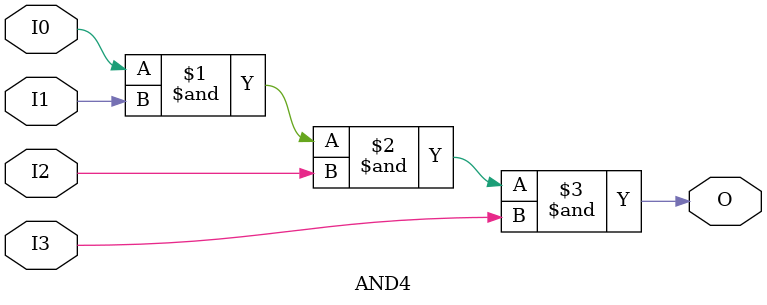
<source format=v>
`timescale 1ps / 1ps

module AND4 ( I0 ,O ,I1 ,I2 ,I3 );
	
	output O ;
	wire O ;
	
	input I0 ;
	wire I0 ;
	input I1 ;
	wire I1 ;
	input I2 ;
	wire I2 ;
	input I3 ;
	wire I3 ;
	
	//}} End of automatically maintained section
	
	// -- Enter your statements here -- // 
	and A1 (O, I0, I1, I2, I3);
	
endmodule

</source>
